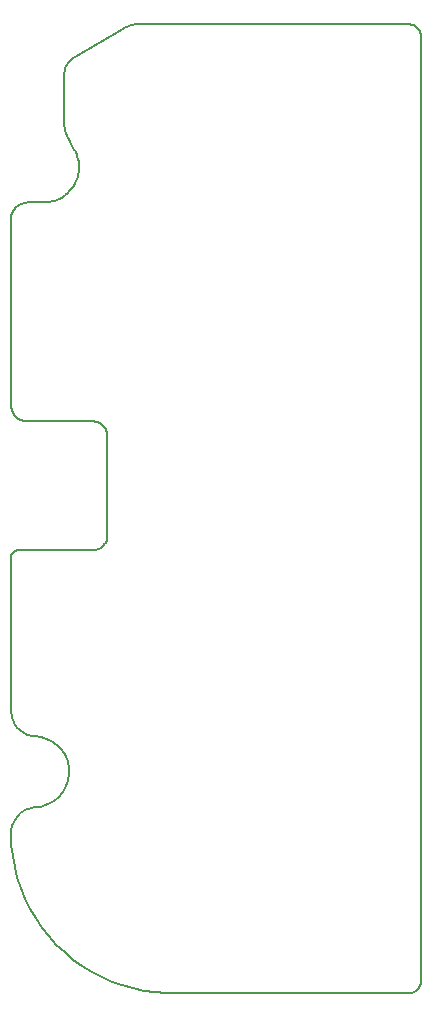
<source format=gko>
%FSTAX23Y23*%
%MOIN*%
%SFA1B1*%

%IPPOS*%
%ADD14C,0.005900*%
%LNleft_board-1*%
%LPD*%
G54D14*
X03487Y01306D02*
D01*
X0349Y01306*
X03492Y01306*
X03495Y01307*
X03498Y01308*
X035Y01309*
X03503Y0131*
X03505Y01311*
X03507Y01312*
X0351Y01314*
X03512Y01316*
X03514Y01318*
X03516Y0132*
X03517Y01322*
X03519Y01324*
X0352Y01327*
X03521Y01329*
X03522Y01332*
X03523Y01334*
X03524Y01337*
X03524Y0134*
X03525Y01342*
X03525Y01343*
X02159Y01836D02*
D01*
X0216Y01799*
X02164Y01762*
X02171Y01725*
X0218Y01689*
X02192Y01654*
X02206Y0162*
X02222Y01586*
X02241Y01554*
X02262Y01523*
X02285Y01494*
X0231Y01466*
X02337Y01441*
X02366Y01417*
X02396Y01395*
X02428Y01376*
X02461Y01358*
X02495Y01343*
X0253Y01331*
X02566Y01321*
X02602Y01313*
X02639Y01308*
X02676Y01306*
X02699Y01306*
X02241Y01925D02*
D01*
X02234Y01924*
X02228Y01923*
X02222Y01922*
X02217Y0192*
X02211Y01918*
X02205Y01915*
X022Y01912*
X02195Y01908*
X0219Y01905*
X02186Y019*
X02181Y01896*
X02177Y01891*
X02174Y01886*
X02171Y01881*
X02168Y01876*
X02165Y0187*
X02163Y01864*
X02161Y01858*
X0216Y01852*
X02159Y01846*
X02159Y0184*
X02159Y01836*
X02241Y01925D02*
D01*
X02249Y01926*
X02257Y01927*
X02265Y01929*
X02273Y01931*
X02281Y01934*
X02288Y01938*
X02295Y01942*
X02302Y01946*
X02309Y01951*
X02315Y01957*
X02321Y01963*
X02326Y01969*
X02331Y01976*
X02336Y01982*
X0234Y0199*
X02343Y01997*
X02346Y02005*
X02348Y02013*
X0235Y02021*
X02351Y02029*
X02352Y02037*
X02352Y02045*
X02352Y02054*
X02351Y02062*
X02349Y0207*
X02347Y02078*
X02344Y02086*
X02341Y02093*
X02337Y02101*
X02333Y02108*
X02328Y02114*
X02323Y02121*
X02317Y02127*
X02311Y02132*
X02305Y02137*
X02298Y02142*
X02291Y02146*
X02284Y0215*
X02276Y02153*
X02268Y02156*
X0226Y02158*
X02252Y0216*
X02244Y02161*
X0224Y02161*
X0216Y02244D02*
D01*
X0216Y02239*
X02161Y02233*
X02162Y02227*
X02163Y02221*
X02165Y02216*
X02167Y0221*
X0217Y02205*
X02173Y022*
X02176Y02195*
X0218Y0219*
X02184Y02186*
X02188Y02182*
X02193Y02178*
X02197Y02175*
X02202Y02172*
X02207Y02169*
X02213Y02167*
X02218Y02165*
X02224Y02163*
X0223Y02162*
X02236Y02161*
X02241Y02161*
X02182Y02782D02*
D01*
X0218Y02782*
X02179Y02782*
X02177Y02781*
X02176Y02781*
X02174Y0278*
X02173Y0278*
X02171Y02779*
X0217Y02778*
X02169Y02778*
X02167Y02777*
X02166Y02776*
X02165Y02774*
X02164Y02773*
X02163Y02772*
X02162Y02771*
X02161Y02769*
X02161Y02768*
X0216Y02766*
X0216Y02765*
X02159Y02763*
X02159Y02762*
X02159Y0276*
X02159Y02759*
X0243Y02782D02*
D01*
X02434Y02782*
X02437Y02782*
X02441Y02783*
X02444Y02784*
X02447Y02785*
X02451Y02786*
X02454Y02788*
X02457Y02789*
X0246Y02791*
X02462Y02793*
X02465Y02796*
X02467Y02798*
X0247Y02801*
X02472Y02804*
X02474Y02807*
X02475Y0281*
X02477Y02813*
X02478Y02816*
X02479Y0282*
X0248Y02823*
X0248Y02827*
X0248Y0283*
X0248Y02832*
X02479Y03163D02*
D01*
X02479Y03167*
X02479Y0317*
X02478Y03173*
X02477Y03176*
X02476Y0318*
X02475Y03183*
X02474Y03186*
X02472Y03189*
X0247Y03191*
X02468Y03194*
X02466Y03196*
X02463Y03199*
X02461Y03201*
X02458Y03203*
X02455Y03205*
X02452Y03206*
X02449Y03208*
X02446Y03209*
X02443Y0321*
X0244Y0321*
X02436Y03211*
X02433Y03211*
X02431Y03211*
X0216Y03261D02*
D01*
X0216Y03258*
X0216Y03254*
X02161Y03251*
X02161Y03247*
X02163Y03244*
X02164Y03241*
X02165Y03238*
X02167Y03235*
X02169Y03232*
X02171Y03229*
X02174Y03226*
X02176Y03224*
X02179Y03222*
X02182Y0322*
X02185Y03218*
X02188Y03216*
X02191Y03215*
X02194Y03214*
X02197Y03213*
X02201Y03212*
X02204Y03211*
X02208Y03211*
X0221Y03211*
X02215Y03941D02*
D01*
X02211Y03941*
X02207Y0394*
X02203Y0394*
X022Y03939*
X02196Y03937*
X02192Y03936*
X02189Y03934*
X02185Y03932*
X02182Y0393*
X02179Y03928*
X02176Y03925*
X02173Y03922*
X02171Y03919*
X02168Y03916*
X02166Y03913*
X02164Y03909*
X02163Y03905*
X02161Y03902*
X0216Y03898*
X02159Y03894*
X02159Y0389*
X02159Y03886*
X02159Y03884*
X02264Y03941D02*
D01*
X02272Y03941*
X0228Y03942*
X02288Y03943*
X02296Y03945*
X02304Y03947*
X02312Y0395*
X0232Y03953*
X02327Y03957*
X02334Y03962*
X0234Y03966*
X02347Y03972*
X02353Y03978*
X02358Y03984*
X02363Y0399*
X02368Y03997*
X02372Y04004*
X02375Y04012*
X02378Y04019*
X02381Y04027*
X02383Y04035*
X02384Y04043*
X02385Y04052*
X02385Y0406*
X02385Y04068*
X02384Y04076*
X02382Y04084*
X0238Y04092*
X02378Y041*
X02375Y04108*
X02371Y04115*
X0237Y04116*
X02334Y04216D02*
D01*
X02335Y04206*
X02335Y04197*
X02337Y04188*
X02339Y04179*
X02342Y04171*
X02345Y04162*
X02349Y04154*
X02354Y04146*
X02355Y04143*
X02372Y04427D02*
D01*
X02367Y04424*
X02363Y0442*
X02359Y04417*
X02355Y04413*
X02351Y04408*
X02348Y04404*
X02345Y04399*
X02342Y04394*
X0234Y04389*
X02338Y04384*
X02337Y04379*
X02335Y04373*
X02335Y04368*
X02334Y04362*
X02334Y04358*
X02593Y04534D02*
D01*
X02586Y04534*
X02579Y04534*
X02572Y04534*
X02566Y04533*
X02559Y04531*
X02552Y04529*
X02546Y04527*
X0254Y04524*
X02533Y0452*
X02532Y04519*
X03525Y04496D02*
D01*
X03524Y04499*
X03524Y04502*
X03524Y04504*
X03523Y04507*
X03522Y0451*
X03521Y04512*
X03519Y04514*
X03518Y04517*
X03516Y04519*
X03515Y04521*
X03513Y04523*
X03511Y04525*
X03508Y04527*
X03506Y04528*
X03504Y04529*
X03501Y04531*
X03499Y04532*
X03496Y04533*
X03493Y04533*
X03491Y04534*
X03488Y04534*
X03488Y04534*
X02699Y01306D02*
X03487D01*
X02159Y02759D02*
X0216Y02245D01*
X02182Y02782D02*
X0243D01*
X02479Y03163D02*
X0248Y02832D01*
X0221Y03211D02*
X02431D01*
X02159Y03884D02*
X0216Y03261D01*
X02215Y03941D02*
X02264D01*
X02355Y04143D02*
X0237Y04116D01*
X02334Y04358D02*
Y04216D01*
X02372Y04427D02*
X02532Y04519D01*
X02593Y04534D02*
X02687D01*
X03488*
X03525Y04496D02*
Y01343D01*
M02*
</source>
